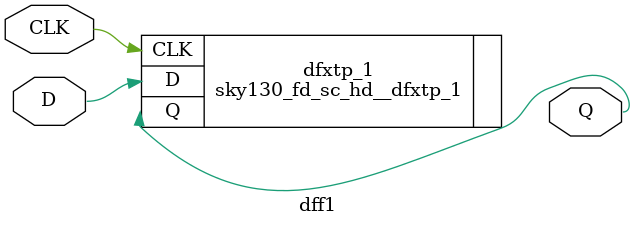
<source format=v>

module buf02(
	A,
	Y
);

input wire	A;
output wire	Y;

	sky130_fd_sc_hd__buf_2 buf_2 (.X(Y), .A(A));

endmodule


module buf04(
	A,
	Y
);

input wire	A;
output wire	Y;

	sky130_fd_sc_hd__buf_4 buf_4 (.X(Y), .A(A));

endmodule


module xnor2(
	A0,
	A1,
	Y
);


input wire	A0;
input wire	A1;
output wire	Y;

	sky130_fd_sc_hd__xnor2_1 xnor2_1 (.Y(Y), .A(A0), .B(A1));

endmodule


module xor2(
	A0,
	A1,
	Y
);


input wire	A0;
input wire	A1;
output wire	Y;

	sky130_fd_sc_hd__xor2_1 xor2_1 (.X(Y), .A(A0), .B(A1));

endmodule


module mux21(
	A0,
	A1,
	S0,
	Y
);

input wire	A0;
input wire	A1;
input wire	S0;
output wire	Y;

	sky130_fd_sc_hd__mux2i_1 mux2i_1 (.Y(Y), .A0(A0), .A1(A1), .S(S0));

endmodule


module mux21_ni(
	A0,
	A1,
	S0,
	Y
);

input wire	A0;
input wire	A1;
input wire	S0;
output wire	Y;

	sky130_fd_sc_hd__mux2_1 mux2_1 (.X(Y), .A0(A0), .A1(A1), .S(S0));

endmodule


module dffs_ni(
	CLK,
	D,
	S,
	Q
);


input wire	CLK;
input wire	D;
input wire	S;
output wire	Q;

	sky130_fd_sc_hd__dfstp_1 dfstp_1 (.Q(Q), .CLK(CLK), .D(D), .SET_B(S));

endmodule


module dffr(
	CLK,
	D,
	R,
	Q
);


input wire	CLK;
input wire	D;
input wire	R;
output wire	Q;

	sky130_fd_sc_hd__dfrtp_1 dfrtp_1 (.Q(Q), .CLK(CLK), .D(D), .RESET_B(R));

endmodule


module dff1(
	CLK,
	D,
	Q
);


input wire	CLK;
input wire	D;
output wire	Q;

	sky130_fd_sc_hd__dfxtp_1 dfxtp_1 (.Q(Q), .CLK(CLK), .D(D));

endmodule

</source>
